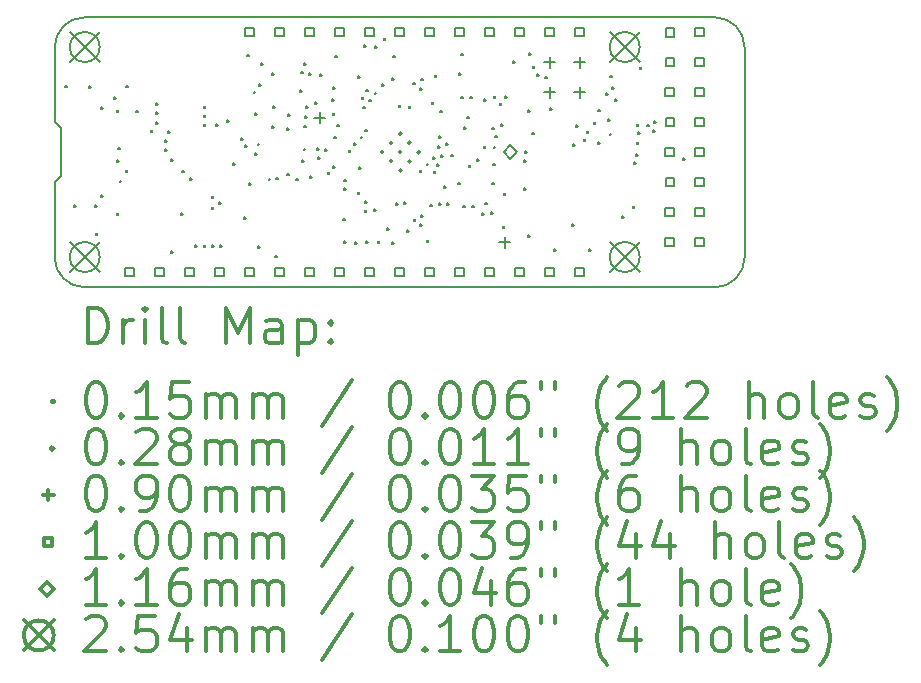
<source format=gbr>
%FSLAX45Y45*%
G04 Gerber Fmt 4.5, Leading zero omitted, Abs format (unit mm)*
G04 Created by KiCad (PCBNEW 5.1.4+dfsg1-1~bpo10+1) date 2020-01-10 16:49:56*
%MOMM*%
%LPD*%
G04 APERTURE LIST*
%ADD10C,0.150000*%
%ADD11C,0.200000*%
%ADD12C,0.300000*%
G04 APERTURE END LIST*
D10*
X12310110Y-10246360D02*
X12360910Y-10297160D01*
X12360910Y-10297160D02*
X12360910Y-10703560D01*
X12360910Y-10703560D02*
X12310110Y-10754360D01*
X17898110Y-9357360D02*
G75*
G02X18152110Y-9611360I0J-254000D01*
G01*
X18152110Y-11389360D02*
G75*
G02X17898110Y-11643360I-254000J0D01*
G01*
X12564110Y-11643360D02*
X17898110Y-11643360D01*
X18152110Y-11389360D02*
X18152110Y-9611360D01*
X17898110Y-9357360D02*
X12564110Y-9357360D01*
X12310110Y-9611360D02*
G75*
G02X12564110Y-9357360I254000J0D01*
G01*
X12310110Y-9611360D02*
X12310110Y-10246360D01*
X12310110Y-10754360D02*
X12310110Y-11389360D01*
X12564110Y-11643360D02*
G75*
G02X12310110Y-11389360I0J254000D01*
G01*
D11*
X12397500Y-9936500D02*
X12412500Y-9951500D01*
X12412500Y-9936500D02*
X12397500Y-9951500D01*
X12476500Y-10946500D02*
X12491500Y-10961500D01*
X12491500Y-10946500D02*
X12476500Y-10961500D01*
X12605500Y-9937500D02*
X12620500Y-9952500D01*
X12620500Y-9937500D02*
X12605500Y-9952500D01*
X12654500Y-10946500D02*
X12669500Y-10961500D01*
X12669500Y-10946500D02*
X12654500Y-10961500D01*
X12657500Y-11187500D02*
X12672500Y-11202500D01*
X12672500Y-11187500D02*
X12657500Y-11202500D01*
X12704500Y-10114500D02*
X12719500Y-10129500D01*
X12719500Y-10114500D02*
X12704500Y-10129500D01*
X12704500Y-10860500D02*
X12719500Y-10875500D01*
X12719500Y-10860500D02*
X12704500Y-10875500D01*
X12812500Y-10032500D02*
X12827500Y-10047500D01*
X12827500Y-10032500D02*
X12812500Y-10047500D01*
X12834500Y-10145500D02*
X12849500Y-10160500D01*
X12849500Y-10145500D02*
X12834500Y-10160500D01*
X12835500Y-11014500D02*
X12850500Y-11029500D01*
X12850500Y-11014500D02*
X12835500Y-11029500D01*
X12841500Y-10563500D02*
X12856500Y-10578500D01*
X12856500Y-10563500D02*
X12841500Y-10578500D01*
X12850555Y-10461437D02*
X12865555Y-10476437D01*
X12865555Y-10461437D02*
X12850555Y-10476437D01*
X12861500Y-10740500D02*
X12876500Y-10755500D01*
X12876500Y-10740500D02*
X12861500Y-10755500D01*
X12910500Y-10650500D02*
X12925500Y-10665500D01*
X12925500Y-10650500D02*
X12910500Y-10665500D01*
X12913500Y-9936500D02*
X12928500Y-9951500D01*
X12928500Y-9936500D02*
X12913500Y-9951500D01*
X13003500Y-10146500D02*
X13018500Y-10161500D01*
X13018500Y-10146500D02*
X13003500Y-10161500D01*
X13122500Y-10312500D02*
X13137500Y-10327500D01*
X13137500Y-10312500D02*
X13122500Y-10327500D01*
X13172500Y-10082500D02*
X13187500Y-10097500D01*
X13187500Y-10082500D02*
X13172500Y-10097500D01*
X13172500Y-10162500D02*
X13187500Y-10177500D01*
X13187500Y-10162500D02*
X13172500Y-10177500D01*
X13172500Y-10242500D02*
X13187500Y-10257500D01*
X13187500Y-10242500D02*
X13172500Y-10257500D01*
X13247500Y-10400000D02*
X13262500Y-10415000D01*
X13262500Y-10400000D02*
X13247500Y-10415000D01*
X13247500Y-10475000D02*
X13262500Y-10490000D01*
X13262500Y-10475000D02*
X13247500Y-10490000D01*
X13271500Y-10321500D02*
X13286500Y-10336500D01*
X13286500Y-10321500D02*
X13271500Y-10336500D01*
X13296500Y-10555500D02*
X13311500Y-10570500D01*
X13311500Y-10555500D02*
X13296500Y-10570500D01*
X13298500Y-11340000D02*
X13313500Y-11355000D01*
X13313500Y-11340000D02*
X13298500Y-11355000D01*
X13382500Y-11012500D02*
X13397500Y-11027500D01*
X13397500Y-11012500D02*
X13382500Y-11027500D01*
X13391500Y-10654500D02*
X13406500Y-10669500D01*
X13406500Y-10654500D02*
X13391500Y-10669500D01*
X13460500Y-10719500D02*
X13475500Y-10734500D01*
X13475500Y-10719500D02*
X13460500Y-10734500D01*
X13502500Y-11283500D02*
X13517500Y-11298500D01*
X13517500Y-11283500D02*
X13502500Y-11298500D01*
X13572500Y-10112500D02*
X13587500Y-10127500D01*
X13587500Y-10112500D02*
X13572500Y-10127500D01*
X13572500Y-10182500D02*
X13587500Y-10197500D01*
X13587500Y-10182500D02*
X13572500Y-10197500D01*
X13572500Y-10262500D02*
X13587500Y-10277500D01*
X13587500Y-10262500D02*
X13572500Y-10277500D01*
X13572500Y-11283500D02*
X13587500Y-11298500D01*
X13587500Y-11283500D02*
X13572500Y-11298500D01*
X13639500Y-10872500D02*
X13654500Y-10887500D01*
X13654500Y-10872500D02*
X13639500Y-10887500D01*
X13639500Y-10963500D02*
X13654500Y-10978500D01*
X13654500Y-10963500D02*
X13639500Y-10978500D01*
X13642500Y-11283500D02*
X13657500Y-11298500D01*
X13657500Y-11283500D02*
X13642500Y-11298500D01*
X13680500Y-10263500D02*
X13695500Y-10278500D01*
X13695500Y-10263500D02*
X13680500Y-10278500D01*
X13702500Y-10921500D02*
X13717500Y-10936500D01*
X13717500Y-10921500D02*
X13702500Y-10936500D01*
X13712500Y-11283500D02*
X13727500Y-11298500D01*
X13727500Y-11283500D02*
X13712500Y-11298500D01*
X13772500Y-10229500D02*
X13787500Y-10244500D01*
X13787500Y-10229500D02*
X13772500Y-10244500D01*
X13822500Y-10592500D02*
X13837500Y-10607500D01*
X13837500Y-10592500D02*
X13822500Y-10607500D01*
X13890600Y-10379800D02*
X13905600Y-10394800D01*
X13905600Y-10379800D02*
X13890600Y-10394800D01*
X13917500Y-11051500D02*
X13932500Y-11066500D01*
X13932500Y-11051500D02*
X13917500Y-11066500D01*
X13922500Y-10442500D02*
X13937500Y-10457500D01*
X13937500Y-10442500D02*
X13922500Y-10457500D01*
X13937500Y-9672500D02*
X13952500Y-9687500D01*
X13952500Y-9672500D02*
X13937500Y-9687500D01*
X13957500Y-10759500D02*
X13972500Y-10774500D01*
X13972500Y-10759500D02*
X13957500Y-10774500D01*
X13995500Y-9986500D02*
X14010500Y-10001500D01*
X14010500Y-9986500D02*
X13995500Y-10001500D01*
X14006500Y-10165500D02*
X14021500Y-10180500D01*
X14021500Y-10165500D02*
X14006500Y-10180500D01*
X14008500Y-10504500D02*
X14023500Y-10519500D01*
X14023500Y-10504500D02*
X14008500Y-10519500D01*
X14028195Y-10426901D02*
X14043195Y-10441901D01*
X14043195Y-10426901D02*
X14028195Y-10441901D01*
X14032500Y-11293500D02*
X14047500Y-11308500D01*
X14047500Y-11293500D02*
X14032500Y-11308500D01*
X14042500Y-9923500D02*
X14057500Y-9938500D01*
X14057500Y-9923500D02*
X14042500Y-9938500D01*
X14059500Y-9745500D02*
X14074500Y-9760500D01*
X14074500Y-9745500D02*
X14059500Y-9760500D01*
X14121500Y-10722500D02*
X14136500Y-10737500D01*
X14136500Y-10722500D02*
X14121500Y-10737500D01*
X14152500Y-10277500D02*
X14167500Y-10292500D01*
X14167500Y-10277500D02*
X14152500Y-10292500D01*
X14153500Y-9826999D02*
X14168500Y-9841999D01*
X14168500Y-9826999D02*
X14153500Y-9841999D01*
X14159500Y-10106500D02*
X14174500Y-10121500D01*
X14174500Y-10106500D02*
X14159500Y-10121500D01*
X14177500Y-11375500D02*
X14192500Y-11390500D01*
X14192500Y-11375500D02*
X14177500Y-11390500D01*
X14188500Y-10715500D02*
X14203500Y-10730500D01*
X14203500Y-10715500D02*
X14188500Y-10730500D01*
X14279500Y-10293500D02*
X14294500Y-10308500D01*
X14294500Y-10293500D02*
X14279500Y-10308500D01*
X14281500Y-10680052D02*
X14296500Y-10695052D01*
X14296500Y-10680052D02*
X14281500Y-10695052D01*
X14285500Y-10174000D02*
X14300500Y-10189000D01*
X14300500Y-10174000D02*
X14285500Y-10189000D01*
X14352448Y-10722552D02*
X14367448Y-10737552D01*
X14367448Y-10722552D02*
X14352448Y-10737552D01*
X14387500Y-9976500D02*
X14402500Y-9991500D01*
X14402500Y-9976500D02*
X14387500Y-9991500D01*
X14397999Y-9817500D02*
X14412999Y-9832500D01*
X14412999Y-9817500D02*
X14397999Y-9832500D01*
X14407500Y-10568000D02*
X14422500Y-10583000D01*
X14422500Y-10568000D02*
X14407500Y-10583000D01*
X14418500Y-10468500D02*
X14433500Y-10483500D01*
X14433500Y-10468500D02*
X14418500Y-10483500D01*
X14420500Y-9747500D02*
X14435500Y-9762500D01*
X14435500Y-9747500D02*
X14420500Y-9762500D01*
X14424500Y-10274500D02*
X14439500Y-10289500D01*
X14439500Y-10274500D02*
X14424500Y-10289500D01*
X14431500Y-10192500D02*
X14446500Y-10207500D01*
X14446500Y-10192500D02*
X14431500Y-10207500D01*
X14442500Y-10112500D02*
X14457500Y-10127500D01*
X14457500Y-10112500D02*
X14442500Y-10127500D01*
X14462161Y-9827904D02*
X14477161Y-9842904D01*
X14477161Y-9827904D02*
X14462161Y-9842904D01*
X14472500Y-10700000D02*
X14487500Y-10715000D01*
X14487500Y-10700000D02*
X14472500Y-10715000D01*
X14518412Y-10077588D02*
X14533412Y-10092588D01*
X14533412Y-10077588D02*
X14518412Y-10092588D01*
X14535000Y-10463924D02*
X14550000Y-10478924D01*
X14550000Y-10463924D02*
X14535000Y-10478924D01*
X14539500Y-10540500D02*
X14554500Y-10555500D01*
X14554500Y-10540500D02*
X14539500Y-10555500D01*
X14555008Y-9838126D02*
X14570008Y-9853126D01*
X14570008Y-9838126D02*
X14555008Y-9853126D01*
X14602500Y-10474500D02*
X14617500Y-10489500D01*
X14617500Y-10474500D02*
X14602500Y-10489500D01*
X14621500Y-10670000D02*
X14636500Y-10685000D01*
X14636500Y-10670000D02*
X14621500Y-10685000D01*
X14659500Y-10048500D02*
X14674500Y-10063500D01*
X14674500Y-10048500D02*
X14659500Y-10063500D01*
X14663500Y-10168500D02*
X14678500Y-10183500D01*
X14678500Y-10168500D02*
X14663500Y-10183500D01*
X14665500Y-9947500D02*
X14680500Y-9962500D01*
X14680500Y-9947500D02*
X14665500Y-9962500D01*
X14669500Y-10618500D02*
X14684500Y-10633500D01*
X14684500Y-10618500D02*
X14669500Y-10633500D01*
X14679500Y-10367500D02*
X14694500Y-10382500D01*
X14694500Y-10367500D02*
X14679500Y-10382500D01*
X14683500Y-9681500D02*
X14698500Y-9696500D01*
X14698500Y-9681500D02*
X14683500Y-9696500D01*
X14702500Y-10265000D02*
X14717500Y-10280000D01*
X14717500Y-10265000D02*
X14702500Y-10280000D01*
X14750500Y-11061500D02*
X14765500Y-11076500D01*
X14765500Y-11061500D02*
X14750500Y-11076500D01*
X14759500Y-10801500D02*
X14774500Y-10816500D01*
X14774500Y-10801500D02*
X14759500Y-10816500D01*
X14760500Y-11251500D02*
X14775500Y-11266500D01*
X14775500Y-11251500D02*
X14760500Y-11266500D01*
X14764500Y-10732500D02*
X14779500Y-10747500D01*
X14779500Y-10732500D02*
X14764500Y-10747500D01*
X14798500Y-10482500D02*
X14813500Y-10497500D01*
X14813500Y-10482500D02*
X14798500Y-10497500D01*
X14848500Y-10423500D02*
X14863500Y-10438500D01*
X14863500Y-10423500D02*
X14848500Y-10438500D01*
X14852500Y-11257500D02*
X14867500Y-11272500D01*
X14867500Y-11257500D02*
X14852500Y-11272500D01*
X14876500Y-10834500D02*
X14891500Y-10849500D01*
X14891500Y-10834500D02*
X14876500Y-10849500D01*
X14877500Y-9852500D02*
X14892500Y-9867500D01*
X14892500Y-9852500D02*
X14877500Y-9867500D01*
X14886913Y-10628087D02*
X14901913Y-10643087D01*
X14901913Y-10628087D02*
X14886913Y-10643087D01*
X14900500Y-10367500D02*
X14915500Y-10382500D01*
X14915500Y-10367500D02*
X14900500Y-10382500D01*
X14909719Y-10034957D02*
X14924719Y-10049957D01*
X14924719Y-10034957D02*
X14909719Y-10049957D01*
X14923500Y-10113500D02*
X14938500Y-10128500D01*
X14938500Y-10113500D02*
X14923500Y-10128500D01*
X14927500Y-9594500D02*
X14942500Y-9609500D01*
X14942500Y-9594500D02*
X14927500Y-9609500D01*
X14935000Y-10987500D02*
X14950000Y-11002500D01*
X14950000Y-10987500D02*
X14935000Y-11002500D01*
X14939500Y-10916500D02*
X14954500Y-10931500D01*
X14954500Y-10916500D02*
X14939500Y-10931500D01*
X14940500Y-10307500D02*
X14955500Y-10322500D01*
X14955500Y-10307500D02*
X14940500Y-10322500D01*
X14948500Y-11254500D02*
X14963500Y-11269500D01*
X14963500Y-11254500D02*
X14948500Y-11269500D01*
X14949156Y-9970142D02*
X14964156Y-9985142D01*
X14964156Y-9970142D02*
X14949156Y-9985142D01*
X14974500Y-10054500D02*
X14989500Y-10069500D01*
X14989500Y-10054500D02*
X14974500Y-10069500D01*
X15012500Y-10982500D02*
X15027500Y-10997500D01*
X15027500Y-10982500D02*
X15012500Y-10997500D01*
X15020500Y-9994500D02*
X15035500Y-10009500D01*
X15035500Y-9994500D02*
X15020500Y-10009500D01*
X15022500Y-9600500D02*
X15037500Y-9615500D01*
X15037500Y-9600500D02*
X15022500Y-9615500D01*
X15044500Y-11255500D02*
X15059500Y-11270500D01*
X15059500Y-11255500D02*
X15044500Y-11270500D01*
X15084500Y-9924500D02*
X15099500Y-9939500D01*
X15099500Y-9924500D02*
X15084500Y-9939500D01*
X15095500Y-9532500D02*
X15110500Y-9547500D01*
X15110500Y-9532500D02*
X15095500Y-9547500D01*
X15127500Y-11142500D02*
X15142500Y-11157500D01*
X15142500Y-11142500D02*
X15127500Y-11157500D01*
X15168500Y-9873500D02*
X15183500Y-9888500D01*
X15183500Y-9873500D02*
X15168500Y-9888500D01*
X15169500Y-11261500D02*
X15184500Y-11276500D01*
X15184500Y-11261500D02*
X15169500Y-11276500D01*
X15176500Y-9681500D02*
X15191500Y-9696500D01*
X15191500Y-9681500D02*
X15176500Y-9696500D01*
X15198500Y-10931500D02*
X15213500Y-10946500D01*
X15213500Y-10931500D02*
X15198500Y-10946500D01*
X15223600Y-10101800D02*
X15238600Y-10116800D01*
X15238600Y-10101800D02*
X15223600Y-10116800D01*
X15268822Y-10925001D02*
X15283822Y-10940001D01*
X15283822Y-10925001D02*
X15268822Y-10940001D01*
X15292500Y-11157500D02*
X15307500Y-11172500D01*
X15307500Y-11157500D02*
X15292500Y-11172500D01*
X15306500Y-10110500D02*
X15321500Y-10125500D01*
X15321500Y-10110500D02*
X15306500Y-10125500D01*
X15348500Y-9910500D02*
X15363500Y-9925500D01*
X15363500Y-9910500D02*
X15348500Y-9925500D01*
X15349500Y-11064500D02*
X15364500Y-11079500D01*
X15364500Y-11064500D02*
X15349500Y-11079500D01*
X15401199Y-10648906D02*
X15416199Y-10663906D01*
X15416199Y-10648906D02*
X15401199Y-10663906D01*
X15407500Y-9957500D02*
X15422500Y-9972500D01*
X15422500Y-9957500D02*
X15407500Y-9972500D01*
X15407500Y-11107500D02*
X15422500Y-11122500D01*
X15422500Y-11107500D02*
X15407500Y-11122500D01*
X15412500Y-9875500D02*
X15427500Y-9890500D01*
X15427500Y-9875500D02*
X15412500Y-9890500D01*
X15413962Y-11032771D02*
X15428962Y-11047771D01*
X15428962Y-11032771D02*
X15413962Y-11047771D01*
X15459500Y-10595500D02*
X15474500Y-10610500D01*
X15474500Y-10595500D02*
X15459500Y-10610500D01*
X15460500Y-11246500D02*
X15475500Y-11261500D01*
X15475500Y-11246500D02*
X15460500Y-11261500D01*
X15492500Y-10942500D02*
X15507500Y-10957500D01*
X15507500Y-10942500D02*
X15492500Y-10957500D01*
X15502500Y-10077500D02*
X15517500Y-10092500D01*
X15517500Y-10077500D02*
X15502500Y-10092500D01*
X15513500Y-10540500D02*
X15528500Y-10555500D01*
X15528500Y-10540500D02*
X15513500Y-10555500D01*
X15519500Y-10662000D02*
X15534500Y-10677000D01*
X15534500Y-10662000D02*
X15519500Y-10677000D01*
X15528500Y-9849500D02*
X15543500Y-9864500D01*
X15543500Y-9849500D02*
X15528500Y-9864500D01*
X15548001Y-10603347D02*
X15563001Y-10618347D01*
X15563001Y-10603347D02*
X15548001Y-10618347D01*
X15557500Y-10447500D02*
X15572500Y-10462500D01*
X15572500Y-10447500D02*
X15557500Y-10462500D01*
X15566500Y-10933500D02*
X15581500Y-10948500D01*
X15581500Y-10933500D02*
X15566500Y-10948500D01*
X15567500Y-10361000D02*
X15582500Y-10376000D01*
X15582500Y-10361000D02*
X15567500Y-10376000D01*
X15572500Y-10147500D02*
X15587500Y-10162500D01*
X15587500Y-10147500D02*
X15572500Y-10162500D01*
X15584500Y-10521500D02*
X15599500Y-10536500D01*
X15599500Y-10521500D02*
X15584500Y-10536500D01*
X15604948Y-10785052D02*
X15619948Y-10800052D01*
X15619948Y-10785052D02*
X15604948Y-10800052D01*
X15627500Y-10422500D02*
X15642500Y-10437500D01*
X15642500Y-10422500D02*
X15627500Y-10437500D01*
X15631947Y-10929947D02*
X15646947Y-10944947D01*
X15646947Y-10929947D02*
X15631947Y-10944947D01*
X15667500Y-10520001D02*
X15682500Y-10535001D01*
X15682500Y-10520001D02*
X15667500Y-10535001D01*
X15728978Y-10756999D02*
X15743978Y-10771999D01*
X15743978Y-10756999D02*
X15728978Y-10771999D01*
X15732203Y-9832618D02*
X15747203Y-9847618D01*
X15747203Y-9832618D02*
X15732203Y-9847618D01*
X15749500Y-9665500D02*
X15764500Y-9680500D01*
X15764500Y-9665500D02*
X15749500Y-9680500D01*
X15752500Y-10028999D02*
X15767500Y-10043999D01*
X15767500Y-10028999D02*
X15752500Y-10043999D01*
X15770500Y-10952500D02*
X15785500Y-10967500D01*
X15785500Y-10952500D02*
X15770500Y-10967500D01*
X15778973Y-10283973D02*
X15793973Y-10298973D01*
X15793973Y-10283973D02*
X15778973Y-10298973D01*
X15802500Y-10197500D02*
X15817500Y-10212500D01*
X15817500Y-10197500D02*
X15802500Y-10212500D01*
X15814500Y-10607496D02*
X15829500Y-10622496D01*
X15829500Y-10607496D02*
X15814500Y-10622496D01*
X15828698Y-10028999D02*
X15843698Y-10043999D01*
X15843698Y-10028999D02*
X15828698Y-10043999D01*
X15844500Y-10952500D02*
X15859500Y-10967500D01*
X15859500Y-10952500D02*
X15844500Y-10967500D01*
X15884331Y-10560308D02*
X15899331Y-10575308D01*
X15899331Y-10560308D02*
X15884331Y-10575308D01*
X15927500Y-11017500D02*
X15942500Y-11032500D01*
X15942500Y-11017500D02*
X15927500Y-11032500D01*
X15942500Y-10448001D02*
X15957500Y-10463001D01*
X15957500Y-10448001D02*
X15942500Y-10463001D01*
X15947000Y-10048500D02*
X15962000Y-10063500D01*
X15962000Y-10048500D02*
X15947000Y-10063500D01*
X15957177Y-10926204D02*
X15972177Y-10941204D01*
X15972177Y-10926204D02*
X15957177Y-10941204D01*
X16004500Y-11003500D02*
X16019500Y-11018500D01*
X16019500Y-11003500D02*
X16004500Y-11018500D01*
X16014504Y-10756999D02*
X16029504Y-10771999D01*
X16029504Y-10756999D02*
X16014504Y-10771999D01*
X16016500Y-10290500D02*
X16031500Y-10305500D01*
X16031500Y-10290500D02*
X16016500Y-10305500D01*
X16021207Y-10596051D02*
X16036207Y-10611051D01*
X16036207Y-10596051D02*
X16021207Y-10611051D01*
X16027500Y-10027500D02*
X16042500Y-10042500D01*
X16042500Y-10027500D02*
X16027500Y-10042500D01*
X16027500Y-10452500D02*
X16042500Y-10467500D01*
X16042500Y-10452500D02*
X16027500Y-10467500D01*
X16037998Y-10359500D02*
X16052998Y-10374500D01*
X16052998Y-10359500D02*
X16037998Y-10374500D01*
X16077500Y-10082500D02*
X16092500Y-10097500D01*
X16092500Y-10082500D02*
X16077500Y-10097500D01*
X16088500Y-10263500D02*
X16103500Y-10278500D01*
X16103500Y-10263500D02*
X16088500Y-10278500D01*
X16103600Y-11126800D02*
X16118600Y-11141800D01*
X16118600Y-11126800D02*
X16103600Y-11141800D01*
X16112500Y-10845500D02*
X16127500Y-10860500D01*
X16127500Y-10845500D02*
X16112500Y-10860500D01*
X16127500Y-10027500D02*
X16142500Y-10042500D01*
X16142500Y-10027500D02*
X16127500Y-10042500D01*
X16193500Y-9731500D02*
X16208500Y-9746500D01*
X16208500Y-9731500D02*
X16193500Y-9746500D01*
X16282500Y-10802500D02*
X16297500Y-10817500D01*
X16297500Y-10802500D02*
X16282500Y-10817500D01*
X16287000Y-10568500D02*
X16302000Y-10583500D01*
X16302000Y-10568500D02*
X16287000Y-10583500D01*
X16291500Y-10490500D02*
X16306500Y-10505500D01*
X16306500Y-10490500D02*
X16291500Y-10505500D01*
X16317500Y-10142500D02*
X16332500Y-10157500D01*
X16332500Y-10142500D02*
X16317500Y-10157500D01*
X16318500Y-11204500D02*
X16333500Y-11219500D01*
X16333500Y-11204500D02*
X16318500Y-11219500D01*
X16326772Y-9663064D02*
X16341772Y-9678064D01*
X16341772Y-9663064D02*
X16326772Y-9678064D01*
X16351767Y-10333233D02*
X16366767Y-10348233D01*
X16366767Y-10333233D02*
X16351767Y-10348233D01*
X16357501Y-9773500D02*
X16372501Y-9788500D01*
X16372501Y-9773500D02*
X16357501Y-9788500D01*
X16398500Y-9837500D02*
X16413500Y-9852500D01*
X16413500Y-9837500D02*
X16398500Y-9852500D01*
X16463500Y-9859500D02*
X16478500Y-9874500D01*
X16478500Y-9859500D02*
X16463500Y-9874500D01*
X16504500Y-10128500D02*
X16519500Y-10143500D01*
X16519500Y-10128500D02*
X16504500Y-10143500D01*
X16536500Y-11319500D02*
X16551500Y-11334500D01*
X16551500Y-11319500D02*
X16536500Y-11334500D01*
X16694500Y-11106500D02*
X16709500Y-11121500D01*
X16709500Y-11106500D02*
X16694500Y-11121500D01*
X16697500Y-10433000D02*
X16712500Y-10448000D01*
X16712500Y-10433000D02*
X16697500Y-10448000D01*
X16727500Y-10267500D02*
X16742500Y-10282500D01*
X16742500Y-10267500D02*
X16727500Y-10282500D01*
X16789500Y-10390500D02*
X16804500Y-10405500D01*
X16804500Y-10390500D02*
X16789500Y-10405500D01*
X16813600Y-10321800D02*
X16828600Y-10336800D01*
X16828600Y-10321800D02*
X16813600Y-10336800D01*
X16832500Y-11322500D02*
X16847500Y-11337500D01*
X16847500Y-11322500D02*
X16832500Y-11337500D01*
X16873600Y-10241800D02*
X16888600Y-10256800D01*
X16888600Y-10241800D02*
X16873600Y-10256800D01*
X16913502Y-10139328D02*
X16928502Y-10154328D01*
X16928502Y-10139328D02*
X16913502Y-10154328D01*
X16913600Y-10411800D02*
X16928600Y-10426800D01*
X16928600Y-10411800D02*
X16913600Y-10426800D01*
X16981100Y-9996800D02*
X16996100Y-10011800D01*
X16996100Y-9996800D02*
X16981100Y-10011800D01*
X16993632Y-10217000D02*
X17008632Y-10232000D01*
X17008632Y-10217000D02*
X16993632Y-10232000D01*
X17008548Y-10341748D02*
X17023548Y-10356748D01*
X17023548Y-10341748D02*
X17008548Y-10356748D01*
X17013600Y-9851800D02*
X17028600Y-9866800D01*
X17028600Y-9851800D02*
X17013600Y-9866800D01*
X17033600Y-9946800D02*
X17048600Y-9961800D01*
X17048600Y-9946800D02*
X17033600Y-9961800D01*
X17053600Y-10051800D02*
X17068600Y-10066800D01*
X17068600Y-10051800D02*
X17053600Y-10066800D01*
X17117500Y-11042500D02*
X17132500Y-11057500D01*
X17132500Y-11042500D02*
X17117500Y-11057500D01*
X17204122Y-10957999D02*
X17219122Y-10972999D01*
X17219122Y-10957999D02*
X17204122Y-10972999D01*
X17218600Y-10581800D02*
X17233600Y-10596800D01*
X17233600Y-10581800D02*
X17218600Y-10596800D01*
X17233600Y-10516800D02*
X17248600Y-10531800D01*
X17248600Y-10516800D02*
X17233600Y-10531800D01*
X17238600Y-10261800D02*
X17253600Y-10276800D01*
X17253600Y-10261800D02*
X17238600Y-10276800D01*
X17238600Y-10416800D02*
X17253600Y-10431800D01*
X17253600Y-10416800D02*
X17238600Y-10431800D01*
X17253600Y-10331800D02*
X17268600Y-10346800D01*
X17268600Y-10331800D02*
X17253600Y-10346800D01*
X17263600Y-9776800D02*
X17278600Y-9791800D01*
X17278600Y-9776800D02*
X17263600Y-9791800D01*
X17323653Y-10266747D02*
X17338653Y-10281747D01*
X17338653Y-10266747D02*
X17323653Y-10281747D01*
X17378600Y-10311800D02*
X17393600Y-10326800D01*
X17393600Y-10311800D02*
X17378600Y-10326800D01*
X17388600Y-10236800D02*
X17403600Y-10251800D01*
X17403600Y-10236800D02*
X17388600Y-10251800D01*
X17633600Y-10546800D02*
X17648600Y-10561800D01*
X17648600Y-10546800D02*
X17633600Y-10561800D01*
X15094186Y-10499000D02*
G75*
G03X15094186Y-10499000I-13750J0D01*
G01*
X15171968Y-10421218D02*
G75*
G03X15171968Y-10421218I-13750J0D01*
G01*
X15171968Y-10576782D02*
G75*
G03X15171968Y-10576782I-13750J0D01*
G01*
X15249750Y-10343437D02*
G75*
G03X15249750Y-10343437I-13750J0D01*
G01*
X15249750Y-10499000D02*
G75*
G03X15249750Y-10499000I-13750J0D01*
G01*
X15249750Y-10654564D02*
G75*
G03X15249750Y-10654564I-13750J0D01*
G01*
X15327532Y-10421218D02*
G75*
G03X15327532Y-10421218I-13750J0D01*
G01*
X15327532Y-10576782D02*
G75*
G03X15327532Y-10576782I-13750J0D01*
G01*
X15405313Y-10499000D02*
G75*
G03X15405313Y-10499000I-13750J0D01*
G01*
X16119600Y-11217400D02*
X16119600Y-11307400D01*
X16074600Y-11262400D02*
X16164600Y-11262400D01*
X16755100Y-9947300D02*
X16755100Y-10037300D01*
X16710100Y-9992300D02*
X16800100Y-9992300D01*
X14555000Y-10162000D02*
X14555000Y-10252000D01*
X14510000Y-10207000D02*
X14600000Y-10207000D01*
X16501100Y-9693300D02*
X16501100Y-9783300D01*
X16456100Y-9738300D02*
X16546100Y-9738300D01*
X16501100Y-9947300D02*
X16501100Y-10037300D01*
X16456100Y-9992300D02*
X16546100Y-9992300D01*
X16755100Y-9693300D02*
X16755100Y-9783300D01*
X16710100Y-9738300D02*
X16800100Y-9738300D01*
X12979456Y-11551656D02*
X12979456Y-11480944D01*
X12908744Y-11480944D01*
X12908744Y-11551656D01*
X12979456Y-11551656D01*
X13233456Y-11551656D02*
X13233456Y-11480944D01*
X13162744Y-11480944D01*
X13162744Y-11551656D01*
X13233456Y-11551656D01*
X13487456Y-11551656D02*
X13487456Y-11480944D01*
X13416744Y-11480944D01*
X13416744Y-11551656D01*
X13487456Y-11551656D01*
X13741456Y-11551656D02*
X13741456Y-11480944D01*
X13670744Y-11480944D01*
X13670744Y-11551656D01*
X13741456Y-11551656D01*
X13996456Y-11551656D02*
X13996456Y-11480944D01*
X13925744Y-11480944D01*
X13925744Y-11551656D01*
X13996456Y-11551656D01*
X14250456Y-11551656D02*
X14250456Y-11480944D01*
X14179744Y-11480944D01*
X14179744Y-11551656D01*
X14250456Y-11551656D01*
X14504456Y-11551656D02*
X14504456Y-11480944D01*
X14433744Y-11480944D01*
X14433744Y-11551656D01*
X14504456Y-11551656D01*
X14758456Y-11551656D02*
X14758456Y-11480944D01*
X14687744Y-11480944D01*
X14687744Y-11551656D01*
X14758456Y-11551656D01*
X15012456Y-11551656D02*
X15012456Y-11480944D01*
X14941744Y-11480944D01*
X14941744Y-11551656D01*
X15012456Y-11551656D01*
X15266456Y-11551656D02*
X15266456Y-11480944D01*
X15195744Y-11480944D01*
X15195744Y-11551656D01*
X15266456Y-11551656D01*
X15520456Y-11551656D02*
X15520456Y-11480944D01*
X15449744Y-11480944D01*
X15449744Y-11551656D01*
X15520456Y-11551656D01*
X15774456Y-11551656D02*
X15774456Y-11480944D01*
X15703744Y-11480944D01*
X15703744Y-11551656D01*
X15774456Y-11551656D01*
X16028456Y-11551656D02*
X16028456Y-11480944D01*
X15957744Y-11480944D01*
X15957744Y-11551656D01*
X16028456Y-11551656D01*
X16282456Y-11551656D02*
X16282456Y-11480944D01*
X16211744Y-11480944D01*
X16211744Y-11551656D01*
X16282456Y-11551656D01*
X16536456Y-11551656D02*
X16536456Y-11480944D01*
X16465744Y-11480944D01*
X16465744Y-11551656D01*
X16536456Y-11551656D01*
X16790456Y-11551656D02*
X16790456Y-11480944D01*
X16719744Y-11480944D01*
X16719744Y-11551656D01*
X16790456Y-11551656D01*
X17552456Y-10027656D02*
X17552456Y-9956944D01*
X17481744Y-9956944D01*
X17481744Y-10027656D01*
X17552456Y-10027656D01*
X17552456Y-10535656D02*
X17552456Y-10464944D01*
X17481744Y-10464944D01*
X17481744Y-10535656D01*
X17552456Y-10535656D01*
X17552456Y-11043656D02*
X17552456Y-10972944D01*
X17481744Y-10972944D01*
X17481744Y-11043656D01*
X17552456Y-11043656D01*
X17552456Y-11297656D02*
X17552456Y-11226944D01*
X17481744Y-11226944D01*
X17481744Y-11297656D01*
X17552456Y-11297656D01*
X17554856Y-9521056D02*
X17554856Y-9450344D01*
X17484144Y-9450344D01*
X17484144Y-9521056D01*
X17554856Y-9521056D01*
X17554856Y-9773656D02*
X17554856Y-9702944D01*
X17484144Y-9702944D01*
X17484144Y-9773656D01*
X17554856Y-9773656D01*
X17554856Y-10281656D02*
X17554856Y-10210944D01*
X17484144Y-10210944D01*
X17484144Y-10281656D01*
X17554856Y-10281656D01*
X17554856Y-10789656D02*
X17554856Y-10718944D01*
X17484144Y-10718944D01*
X17484144Y-10789656D01*
X17554856Y-10789656D01*
X17806456Y-9519656D02*
X17806456Y-9448944D01*
X17735744Y-9448944D01*
X17735744Y-9519656D01*
X17806456Y-9519656D01*
X17806456Y-9773656D02*
X17806456Y-9702944D01*
X17735744Y-9702944D01*
X17735744Y-9773656D01*
X17806456Y-9773656D01*
X17806456Y-10027656D02*
X17806456Y-9956944D01*
X17735744Y-9956944D01*
X17735744Y-10027656D01*
X17806456Y-10027656D01*
X17806456Y-10281656D02*
X17806456Y-10210944D01*
X17735744Y-10210944D01*
X17735744Y-10281656D01*
X17806456Y-10281656D01*
X17806456Y-10535656D02*
X17806456Y-10464944D01*
X17735744Y-10464944D01*
X17735744Y-10535656D01*
X17806456Y-10535656D01*
X17806456Y-10789656D02*
X17806456Y-10718944D01*
X17735744Y-10718944D01*
X17735744Y-10789656D01*
X17806456Y-10789656D01*
X17806456Y-11043656D02*
X17806456Y-10972944D01*
X17735744Y-10972944D01*
X17735744Y-11043656D01*
X17806456Y-11043656D01*
X17806456Y-11297656D02*
X17806456Y-11226944D01*
X17735744Y-11226944D01*
X17735744Y-11297656D01*
X17806456Y-11297656D01*
X13996456Y-9519656D02*
X13996456Y-9448944D01*
X13925744Y-9448944D01*
X13925744Y-9519656D01*
X13996456Y-9519656D01*
X14250456Y-9519656D02*
X14250456Y-9448944D01*
X14179744Y-9448944D01*
X14179744Y-9519656D01*
X14250456Y-9519656D01*
X14504456Y-9519656D02*
X14504456Y-9448944D01*
X14433744Y-9448944D01*
X14433744Y-9519656D01*
X14504456Y-9519656D01*
X14758456Y-9519656D02*
X14758456Y-9448944D01*
X14687744Y-9448944D01*
X14687744Y-9519656D01*
X14758456Y-9519656D01*
X15012456Y-9519656D02*
X15012456Y-9448944D01*
X14941744Y-9448944D01*
X14941744Y-9519656D01*
X15012456Y-9519656D01*
X15266456Y-9519656D02*
X15266456Y-9448944D01*
X15195744Y-9448944D01*
X15195744Y-9519656D01*
X15266456Y-9519656D01*
X15520456Y-9519656D02*
X15520456Y-9448944D01*
X15449744Y-9448944D01*
X15449744Y-9519656D01*
X15520456Y-9519656D01*
X15774456Y-9519656D02*
X15774456Y-9448944D01*
X15703744Y-9448944D01*
X15703744Y-9519656D01*
X15774456Y-9519656D01*
X16028456Y-9519656D02*
X16028456Y-9448944D01*
X15957744Y-9448944D01*
X15957744Y-9519656D01*
X16028456Y-9519656D01*
X16282456Y-9519656D02*
X16282456Y-9448944D01*
X16211744Y-9448944D01*
X16211744Y-9519656D01*
X16282456Y-9519656D01*
X16536456Y-9519656D02*
X16536456Y-9448944D01*
X16465744Y-9448944D01*
X16465744Y-9519656D01*
X16536456Y-9519656D01*
X16790456Y-9519656D02*
X16790456Y-9448944D01*
X16719744Y-9448944D01*
X16719744Y-9519656D01*
X16790456Y-9519656D01*
X16169000Y-10556000D02*
X16227000Y-10498000D01*
X16169000Y-10440000D01*
X16111000Y-10498000D01*
X16169000Y-10556000D01*
X12438510Y-9481960D02*
X12692510Y-9735960D01*
X12692510Y-9481960D02*
X12438510Y-9735960D01*
X12692510Y-9608960D02*
G75*
G03X12692510Y-9608960I-127000J0D01*
G01*
X12438510Y-11259960D02*
X12692510Y-11513960D01*
X12692510Y-11259960D02*
X12438510Y-11513960D01*
X12692510Y-11386960D02*
G75*
G03X12692510Y-11386960I-127000J0D01*
G01*
X17010510Y-9481960D02*
X17264510Y-9735960D01*
X17264510Y-9481960D02*
X17010510Y-9735960D01*
X17264510Y-9608960D02*
G75*
G03X17264510Y-9608960I-127000J0D01*
G01*
X17010510Y-11259960D02*
X17264510Y-11513960D01*
X17264510Y-11259960D02*
X17010510Y-11513960D01*
X17264510Y-11386960D02*
G75*
G03X17264510Y-11386960I-127000J0D01*
G01*
D12*
X12589038Y-12116574D02*
X12589038Y-11816574D01*
X12660467Y-11816574D01*
X12703324Y-11830860D01*
X12731896Y-11859431D01*
X12746181Y-11888003D01*
X12760467Y-11945146D01*
X12760467Y-11988003D01*
X12746181Y-12045146D01*
X12731896Y-12073717D01*
X12703324Y-12102289D01*
X12660467Y-12116574D01*
X12589038Y-12116574D01*
X12889038Y-12116574D02*
X12889038Y-11916574D01*
X12889038Y-11973717D02*
X12903324Y-11945146D01*
X12917610Y-11930860D01*
X12946181Y-11916574D01*
X12974753Y-11916574D01*
X13074753Y-12116574D02*
X13074753Y-11916574D01*
X13074753Y-11816574D02*
X13060467Y-11830860D01*
X13074753Y-11845146D01*
X13089038Y-11830860D01*
X13074753Y-11816574D01*
X13074753Y-11845146D01*
X13260467Y-12116574D02*
X13231896Y-12102289D01*
X13217610Y-12073717D01*
X13217610Y-11816574D01*
X13417610Y-12116574D02*
X13389038Y-12102289D01*
X13374753Y-12073717D01*
X13374753Y-11816574D01*
X13760467Y-12116574D02*
X13760467Y-11816574D01*
X13860467Y-12030860D01*
X13960467Y-11816574D01*
X13960467Y-12116574D01*
X14231896Y-12116574D02*
X14231896Y-11959431D01*
X14217610Y-11930860D01*
X14189038Y-11916574D01*
X14131896Y-11916574D01*
X14103324Y-11930860D01*
X14231896Y-12102289D02*
X14203324Y-12116574D01*
X14131896Y-12116574D01*
X14103324Y-12102289D01*
X14089038Y-12073717D01*
X14089038Y-12045146D01*
X14103324Y-12016574D01*
X14131896Y-12002289D01*
X14203324Y-12002289D01*
X14231896Y-11988003D01*
X14374753Y-11916574D02*
X14374753Y-12216574D01*
X14374753Y-11930860D02*
X14403324Y-11916574D01*
X14460467Y-11916574D01*
X14489038Y-11930860D01*
X14503324Y-11945146D01*
X14517610Y-11973717D01*
X14517610Y-12059431D01*
X14503324Y-12088003D01*
X14489038Y-12102289D01*
X14460467Y-12116574D01*
X14403324Y-12116574D01*
X14374753Y-12102289D01*
X14646181Y-12088003D02*
X14660467Y-12102289D01*
X14646181Y-12116574D01*
X14631896Y-12102289D01*
X14646181Y-12088003D01*
X14646181Y-12116574D01*
X14646181Y-11930860D02*
X14660467Y-11945146D01*
X14646181Y-11959431D01*
X14631896Y-11945146D01*
X14646181Y-11930860D01*
X14646181Y-11959431D01*
X12287610Y-12603360D02*
X12302610Y-12618360D01*
X12302610Y-12603360D02*
X12287610Y-12618360D01*
X12646181Y-12446574D02*
X12674753Y-12446574D01*
X12703324Y-12460860D01*
X12717610Y-12475146D01*
X12731896Y-12503717D01*
X12746181Y-12560860D01*
X12746181Y-12632289D01*
X12731896Y-12689431D01*
X12717610Y-12718003D01*
X12703324Y-12732289D01*
X12674753Y-12746574D01*
X12646181Y-12746574D01*
X12617610Y-12732289D01*
X12603324Y-12718003D01*
X12589038Y-12689431D01*
X12574753Y-12632289D01*
X12574753Y-12560860D01*
X12589038Y-12503717D01*
X12603324Y-12475146D01*
X12617610Y-12460860D01*
X12646181Y-12446574D01*
X12874753Y-12718003D02*
X12889038Y-12732289D01*
X12874753Y-12746574D01*
X12860467Y-12732289D01*
X12874753Y-12718003D01*
X12874753Y-12746574D01*
X13174753Y-12746574D02*
X13003324Y-12746574D01*
X13089038Y-12746574D02*
X13089038Y-12446574D01*
X13060467Y-12489431D01*
X13031896Y-12518003D01*
X13003324Y-12532289D01*
X13446181Y-12446574D02*
X13303324Y-12446574D01*
X13289038Y-12589431D01*
X13303324Y-12575146D01*
X13331896Y-12560860D01*
X13403324Y-12560860D01*
X13431896Y-12575146D01*
X13446181Y-12589431D01*
X13460467Y-12618003D01*
X13460467Y-12689431D01*
X13446181Y-12718003D01*
X13431896Y-12732289D01*
X13403324Y-12746574D01*
X13331896Y-12746574D01*
X13303324Y-12732289D01*
X13289038Y-12718003D01*
X13589038Y-12746574D02*
X13589038Y-12546574D01*
X13589038Y-12575146D02*
X13603324Y-12560860D01*
X13631896Y-12546574D01*
X13674753Y-12546574D01*
X13703324Y-12560860D01*
X13717610Y-12589431D01*
X13717610Y-12746574D01*
X13717610Y-12589431D02*
X13731896Y-12560860D01*
X13760467Y-12546574D01*
X13803324Y-12546574D01*
X13831896Y-12560860D01*
X13846181Y-12589431D01*
X13846181Y-12746574D01*
X13989038Y-12746574D02*
X13989038Y-12546574D01*
X13989038Y-12575146D02*
X14003324Y-12560860D01*
X14031896Y-12546574D01*
X14074753Y-12546574D01*
X14103324Y-12560860D01*
X14117610Y-12589431D01*
X14117610Y-12746574D01*
X14117610Y-12589431D02*
X14131896Y-12560860D01*
X14160467Y-12546574D01*
X14203324Y-12546574D01*
X14231896Y-12560860D01*
X14246181Y-12589431D01*
X14246181Y-12746574D01*
X14831896Y-12432289D02*
X14574753Y-12818003D01*
X15217610Y-12446574D02*
X15246181Y-12446574D01*
X15274753Y-12460860D01*
X15289038Y-12475146D01*
X15303324Y-12503717D01*
X15317610Y-12560860D01*
X15317610Y-12632289D01*
X15303324Y-12689431D01*
X15289038Y-12718003D01*
X15274753Y-12732289D01*
X15246181Y-12746574D01*
X15217610Y-12746574D01*
X15189038Y-12732289D01*
X15174753Y-12718003D01*
X15160467Y-12689431D01*
X15146181Y-12632289D01*
X15146181Y-12560860D01*
X15160467Y-12503717D01*
X15174753Y-12475146D01*
X15189038Y-12460860D01*
X15217610Y-12446574D01*
X15446181Y-12718003D02*
X15460467Y-12732289D01*
X15446181Y-12746574D01*
X15431896Y-12732289D01*
X15446181Y-12718003D01*
X15446181Y-12746574D01*
X15646181Y-12446574D02*
X15674753Y-12446574D01*
X15703324Y-12460860D01*
X15717610Y-12475146D01*
X15731896Y-12503717D01*
X15746181Y-12560860D01*
X15746181Y-12632289D01*
X15731896Y-12689431D01*
X15717610Y-12718003D01*
X15703324Y-12732289D01*
X15674753Y-12746574D01*
X15646181Y-12746574D01*
X15617610Y-12732289D01*
X15603324Y-12718003D01*
X15589038Y-12689431D01*
X15574753Y-12632289D01*
X15574753Y-12560860D01*
X15589038Y-12503717D01*
X15603324Y-12475146D01*
X15617610Y-12460860D01*
X15646181Y-12446574D01*
X15931896Y-12446574D02*
X15960467Y-12446574D01*
X15989038Y-12460860D01*
X16003324Y-12475146D01*
X16017610Y-12503717D01*
X16031896Y-12560860D01*
X16031896Y-12632289D01*
X16017610Y-12689431D01*
X16003324Y-12718003D01*
X15989038Y-12732289D01*
X15960467Y-12746574D01*
X15931896Y-12746574D01*
X15903324Y-12732289D01*
X15889038Y-12718003D01*
X15874753Y-12689431D01*
X15860467Y-12632289D01*
X15860467Y-12560860D01*
X15874753Y-12503717D01*
X15889038Y-12475146D01*
X15903324Y-12460860D01*
X15931896Y-12446574D01*
X16289038Y-12446574D02*
X16231896Y-12446574D01*
X16203324Y-12460860D01*
X16189038Y-12475146D01*
X16160467Y-12518003D01*
X16146181Y-12575146D01*
X16146181Y-12689431D01*
X16160467Y-12718003D01*
X16174753Y-12732289D01*
X16203324Y-12746574D01*
X16260467Y-12746574D01*
X16289038Y-12732289D01*
X16303324Y-12718003D01*
X16317610Y-12689431D01*
X16317610Y-12618003D01*
X16303324Y-12589431D01*
X16289038Y-12575146D01*
X16260467Y-12560860D01*
X16203324Y-12560860D01*
X16174753Y-12575146D01*
X16160467Y-12589431D01*
X16146181Y-12618003D01*
X16431896Y-12446574D02*
X16431896Y-12503717D01*
X16546181Y-12446574D02*
X16546181Y-12503717D01*
X16989038Y-12860860D02*
X16974753Y-12846574D01*
X16946181Y-12803717D01*
X16931896Y-12775146D01*
X16917610Y-12732289D01*
X16903324Y-12660860D01*
X16903324Y-12603717D01*
X16917610Y-12532289D01*
X16931896Y-12489431D01*
X16946181Y-12460860D01*
X16974753Y-12418003D01*
X16989038Y-12403717D01*
X17089038Y-12475146D02*
X17103324Y-12460860D01*
X17131896Y-12446574D01*
X17203324Y-12446574D01*
X17231896Y-12460860D01*
X17246181Y-12475146D01*
X17260467Y-12503717D01*
X17260467Y-12532289D01*
X17246181Y-12575146D01*
X17074753Y-12746574D01*
X17260467Y-12746574D01*
X17546181Y-12746574D02*
X17374753Y-12746574D01*
X17460467Y-12746574D02*
X17460467Y-12446574D01*
X17431896Y-12489431D01*
X17403324Y-12518003D01*
X17374753Y-12532289D01*
X17660467Y-12475146D02*
X17674753Y-12460860D01*
X17703324Y-12446574D01*
X17774753Y-12446574D01*
X17803324Y-12460860D01*
X17817610Y-12475146D01*
X17831896Y-12503717D01*
X17831896Y-12532289D01*
X17817610Y-12575146D01*
X17646181Y-12746574D01*
X17831896Y-12746574D01*
X18189038Y-12746574D02*
X18189038Y-12446574D01*
X18317610Y-12746574D02*
X18317610Y-12589431D01*
X18303324Y-12560860D01*
X18274753Y-12546574D01*
X18231896Y-12546574D01*
X18203324Y-12560860D01*
X18189038Y-12575146D01*
X18503324Y-12746574D02*
X18474753Y-12732289D01*
X18460467Y-12718003D01*
X18446181Y-12689431D01*
X18446181Y-12603717D01*
X18460467Y-12575146D01*
X18474753Y-12560860D01*
X18503324Y-12546574D01*
X18546181Y-12546574D01*
X18574753Y-12560860D01*
X18589038Y-12575146D01*
X18603324Y-12603717D01*
X18603324Y-12689431D01*
X18589038Y-12718003D01*
X18574753Y-12732289D01*
X18546181Y-12746574D01*
X18503324Y-12746574D01*
X18774753Y-12746574D02*
X18746181Y-12732289D01*
X18731896Y-12703717D01*
X18731896Y-12446574D01*
X19003324Y-12732289D02*
X18974753Y-12746574D01*
X18917610Y-12746574D01*
X18889038Y-12732289D01*
X18874753Y-12703717D01*
X18874753Y-12589431D01*
X18889038Y-12560860D01*
X18917610Y-12546574D01*
X18974753Y-12546574D01*
X19003324Y-12560860D01*
X19017610Y-12589431D01*
X19017610Y-12618003D01*
X18874753Y-12646574D01*
X19131896Y-12732289D02*
X19160467Y-12746574D01*
X19217610Y-12746574D01*
X19246181Y-12732289D01*
X19260467Y-12703717D01*
X19260467Y-12689431D01*
X19246181Y-12660860D01*
X19217610Y-12646574D01*
X19174753Y-12646574D01*
X19146181Y-12632289D01*
X19131896Y-12603717D01*
X19131896Y-12589431D01*
X19146181Y-12560860D01*
X19174753Y-12546574D01*
X19217610Y-12546574D01*
X19246181Y-12560860D01*
X19360467Y-12860860D02*
X19374753Y-12846574D01*
X19403324Y-12803717D01*
X19417610Y-12775146D01*
X19431896Y-12732289D01*
X19446181Y-12660860D01*
X19446181Y-12603717D01*
X19431896Y-12532289D01*
X19417610Y-12489431D01*
X19403324Y-12460860D01*
X19374753Y-12418003D01*
X19360467Y-12403717D01*
X12302610Y-13006860D02*
G75*
G03X12302610Y-13006860I-13750J0D01*
G01*
X12646181Y-12842574D02*
X12674753Y-12842574D01*
X12703324Y-12856860D01*
X12717610Y-12871146D01*
X12731896Y-12899717D01*
X12746181Y-12956860D01*
X12746181Y-13028289D01*
X12731896Y-13085431D01*
X12717610Y-13114003D01*
X12703324Y-13128289D01*
X12674753Y-13142574D01*
X12646181Y-13142574D01*
X12617610Y-13128289D01*
X12603324Y-13114003D01*
X12589038Y-13085431D01*
X12574753Y-13028289D01*
X12574753Y-12956860D01*
X12589038Y-12899717D01*
X12603324Y-12871146D01*
X12617610Y-12856860D01*
X12646181Y-12842574D01*
X12874753Y-13114003D02*
X12889038Y-13128289D01*
X12874753Y-13142574D01*
X12860467Y-13128289D01*
X12874753Y-13114003D01*
X12874753Y-13142574D01*
X13003324Y-12871146D02*
X13017610Y-12856860D01*
X13046181Y-12842574D01*
X13117610Y-12842574D01*
X13146181Y-12856860D01*
X13160467Y-12871146D01*
X13174753Y-12899717D01*
X13174753Y-12928289D01*
X13160467Y-12971146D01*
X12989038Y-13142574D01*
X13174753Y-13142574D01*
X13346181Y-12971146D02*
X13317610Y-12956860D01*
X13303324Y-12942574D01*
X13289038Y-12914003D01*
X13289038Y-12899717D01*
X13303324Y-12871146D01*
X13317610Y-12856860D01*
X13346181Y-12842574D01*
X13403324Y-12842574D01*
X13431896Y-12856860D01*
X13446181Y-12871146D01*
X13460467Y-12899717D01*
X13460467Y-12914003D01*
X13446181Y-12942574D01*
X13431896Y-12956860D01*
X13403324Y-12971146D01*
X13346181Y-12971146D01*
X13317610Y-12985431D01*
X13303324Y-12999717D01*
X13289038Y-13028289D01*
X13289038Y-13085431D01*
X13303324Y-13114003D01*
X13317610Y-13128289D01*
X13346181Y-13142574D01*
X13403324Y-13142574D01*
X13431896Y-13128289D01*
X13446181Y-13114003D01*
X13460467Y-13085431D01*
X13460467Y-13028289D01*
X13446181Y-12999717D01*
X13431896Y-12985431D01*
X13403324Y-12971146D01*
X13589038Y-13142574D02*
X13589038Y-12942574D01*
X13589038Y-12971146D02*
X13603324Y-12956860D01*
X13631896Y-12942574D01*
X13674753Y-12942574D01*
X13703324Y-12956860D01*
X13717610Y-12985431D01*
X13717610Y-13142574D01*
X13717610Y-12985431D02*
X13731896Y-12956860D01*
X13760467Y-12942574D01*
X13803324Y-12942574D01*
X13831896Y-12956860D01*
X13846181Y-12985431D01*
X13846181Y-13142574D01*
X13989038Y-13142574D02*
X13989038Y-12942574D01*
X13989038Y-12971146D02*
X14003324Y-12956860D01*
X14031896Y-12942574D01*
X14074753Y-12942574D01*
X14103324Y-12956860D01*
X14117610Y-12985431D01*
X14117610Y-13142574D01*
X14117610Y-12985431D02*
X14131896Y-12956860D01*
X14160467Y-12942574D01*
X14203324Y-12942574D01*
X14231896Y-12956860D01*
X14246181Y-12985431D01*
X14246181Y-13142574D01*
X14831896Y-12828289D02*
X14574753Y-13214003D01*
X15217610Y-12842574D02*
X15246181Y-12842574D01*
X15274753Y-12856860D01*
X15289038Y-12871146D01*
X15303324Y-12899717D01*
X15317610Y-12956860D01*
X15317610Y-13028289D01*
X15303324Y-13085431D01*
X15289038Y-13114003D01*
X15274753Y-13128289D01*
X15246181Y-13142574D01*
X15217610Y-13142574D01*
X15189038Y-13128289D01*
X15174753Y-13114003D01*
X15160467Y-13085431D01*
X15146181Y-13028289D01*
X15146181Y-12956860D01*
X15160467Y-12899717D01*
X15174753Y-12871146D01*
X15189038Y-12856860D01*
X15217610Y-12842574D01*
X15446181Y-13114003D02*
X15460467Y-13128289D01*
X15446181Y-13142574D01*
X15431896Y-13128289D01*
X15446181Y-13114003D01*
X15446181Y-13142574D01*
X15646181Y-12842574D02*
X15674753Y-12842574D01*
X15703324Y-12856860D01*
X15717610Y-12871146D01*
X15731896Y-12899717D01*
X15746181Y-12956860D01*
X15746181Y-13028289D01*
X15731896Y-13085431D01*
X15717610Y-13114003D01*
X15703324Y-13128289D01*
X15674753Y-13142574D01*
X15646181Y-13142574D01*
X15617610Y-13128289D01*
X15603324Y-13114003D01*
X15589038Y-13085431D01*
X15574753Y-13028289D01*
X15574753Y-12956860D01*
X15589038Y-12899717D01*
X15603324Y-12871146D01*
X15617610Y-12856860D01*
X15646181Y-12842574D01*
X16031896Y-13142574D02*
X15860467Y-13142574D01*
X15946181Y-13142574D02*
X15946181Y-12842574D01*
X15917610Y-12885431D01*
X15889038Y-12914003D01*
X15860467Y-12928289D01*
X16317610Y-13142574D02*
X16146181Y-13142574D01*
X16231896Y-13142574D02*
X16231896Y-12842574D01*
X16203324Y-12885431D01*
X16174753Y-12914003D01*
X16146181Y-12928289D01*
X16431896Y-12842574D02*
X16431896Y-12899717D01*
X16546181Y-12842574D02*
X16546181Y-12899717D01*
X16989038Y-13256860D02*
X16974753Y-13242574D01*
X16946181Y-13199717D01*
X16931896Y-13171146D01*
X16917610Y-13128289D01*
X16903324Y-13056860D01*
X16903324Y-12999717D01*
X16917610Y-12928289D01*
X16931896Y-12885431D01*
X16946181Y-12856860D01*
X16974753Y-12814003D01*
X16989038Y-12799717D01*
X17117610Y-13142574D02*
X17174753Y-13142574D01*
X17203324Y-13128289D01*
X17217610Y-13114003D01*
X17246181Y-13071146D01*
X17260467Y-13014003D01*
X17260467Y-12899717D01*
X17246181Y-12871146D01*
X17231896Y-12856860D01*
X17203324Y-12842574D01*
X17146181Y-12842574D01*
X17117610Y-12856860D01*
X17103324Y-12871146D01*
X17089038Y-12899717D01*
X17089038Y-12971146D01*
X17103324Y-12999717D01*
X17117610Y-13014003D01*
X17146181Y-13028289D01*
X17203324Y-13028289D01*
X17231896Y-13014003D01*
X17246181Y-12999717D01*
X17260467Y-12971146D01*
X17617610Y-13142574D02*
X17617610Y-12842574D01*
X17746181Y-13142574D02*
X17746181Y-12985431D01*
X17731896Y-12956860D01*
X17703324Y-12942574D01*
X17660467Y-12942574D01*
X17631896Y-12956860D01*
X17617610Y-12971146D01*
X17931896Y-13142574D02*
X17903324Y-13128289D01*
X17889038Y-13114003D01*
X17874753Y-13085431D01*
X17874753Y-12999717D01*
X17889038Y-12971146D01*
X17903324Y-12956860D01*
X17931896Y-12942574D01*
X17974753Y-12942574D01*
X18003324Y-12956860D01*
X18017610Y-12971146D01*
X18031896Y-12999717D01*
X18031896Y-13085431D01*
X18017610Y-13114003D01*
X18003324Y-13128289D01*
X17974753Y-13142574D01*
X17931896Y-13142574D01*
X18203324Y-13142574D02*
X18174753Y-13128289D01*
X18160467Y-13099717D01*
X18160467Y-12842574D01*
X18431896Y-13128289D02*
X18403324Y-13142574D01*
X18346181Y-13142574D01*
X18317610Y-13128289D01*
X18303324Y-13099717D01*
X18303324Y-12985431D01*
X18317610Y-12956860D01*
X18346181Y-12942574D01*
X18403324Y-12942574D01*
X18431896Y-12956860D01*
X18446181Y-12985431D01*
X18446181Y-13014003D01*
X18303324Y-13042574D01*
X18560467Y-13128289D02*
X18589038Y-13142574D01*
X18646181Y-13142574D01*
X18674753Y-13128289D01*
X18689038Y-13099717D01*
X18689038Y-13085431D01*
X18674753Y-13056860D01*
X18646181Y-13042574D01*
X18603324Y-13042574D01*
X18574753Y-13028289D01*
X18560467Y-12999717D01*
X18560467Y-12985431D01*
X18574753Y-12956860D01*
X18603324Y-12942574D01*
X18646181Y-12942574D01*
X18674753Y-12956860D01*
X18789038Y-13256860D02*
X18803324Y-13242574D01*
X18831896Y-13199717D01*
X18846181Y-13171146D01*
X18860467Y-13128289D01*
X18874753Y-13056860D01*
X18874753Y-12999717D01*
X18860467Y-12928289D01*
X18846181Y-12885431D01*
X18831896Y-12856860D01*
X18803324Y-12814003D01*
X18789038Y-12799717D01*
X12257610Y-13357860D02*
X12257610Y-13447860D01*
X12212610Y-13402860D02*
X12302610Y-13402860D01*
X12646181Y-13238574D02*
X12674753Y-13238574D01*
X12703324Y-13252860D01*
X12717610Y-13267146D01*
X12731896Y-13295717D01*
X12746181Y-13352860D01*
X12746181Y-13424289D01*
X12731896Y-13481431D01*
X12717610Y-13510003D01*
X12703324Y-13524289D01*
X12674753Y-13538574D01*
X12646181Y-13538574D01*
X12617610Y-13524289D01*
X12603324Y-13510003D01*
X12589038Y-13481431D01*
X12574753Y-13424289D01*
X12574753Y-13352860D01*
X12589038Y-13295717D01*
X12603324Y-13267146D01*
X12617610Y-13252860D01*
X12646181Y-13238574D01*
X12874753Y-13510003D02*
X12889038Y-13524289D01*
X12874753Y-13538574D01*
X12860467Y-13524289D01*
X12874753Y-13510003D01*
X12874753Y-13538574D01*
X13031896Y-13538574D02*
X13089038Y-13538574D01*
X13117610Y-13524289D01*
X13131896Y-13510003D01*
X13160467Y-13467146D01*
X13174753Y-13410003D01*
X13174753Y-13295717D01*
X13160467Y-13267146D01*
X13146181Y-13252860D01*
X13117610Y-13238574D01*
X13060467Y-13238574D01*
X13031896Y-13252860D01*
X13017610Y-13267146D01*
X13003324Y-13295717D01*
X13003324Y-13367146D01*
X13017610Y-13395717D01*
X13031896Y-13410003D01*
X13060467Y-13424289D01*
X13117610Y-13424289D01*
X13146181Y-13410003D01*
X13160467Y-13395717D01*
X13174753Y-13367146D01*
X13360467Y-13238574D02*
X13389038Y-13238574D01*
X13417610Y-13252860D01*
X13431896Y-13267146D01*
X13446181Y-13295717D01*
X13460467Y-13352860D01*
X13460467Y-13424289D01*
X13446181Y-13481431D01*
X13431896Y-13510003D01*
X13417610Y-13524289D01*
X13389038Y-13538574D01*
X13360467Y-13538574D01*
X13331896Y-13524289D01*
X13317610Y-13510003D01*
X13303324Y-13481431D01*
X13289038Y-13424289D01*
X13289038Y-13352860D01*
X13303324Y-13295717D01*
X13317610Y-13267146D01*
X13331896Y-13252860D01*
X13360467Y-13238574D01*
X13589038Y-13538574D02*
X13589038Y-13338574D01*
X13589038Y-13367146D02*
X13603324Y-13352860D01*
X13631896Y-13338574D01*
X13674753Y-13338574D01*
X13703324Y-13352860D01*
X13717610Y-13381431D01*
X13717610Y-13538574D01*
X13717610Y-13381431D02*
X13731896Y-13352860D01*
X13760467Y-13338574D01*
X13803324Y-13338574D01*
X13831896Y-13352860D01*
X13846181Y-13381431D01*
X13846181Y-13538574D01*
X13989038Y-13538574D02*
X13989038Y-13338574D01*
X13989038Y-13367146D02*
X14003324Y-13352860D01*
X14031896Y-13338574D01*
X14074753Y-13338574D01*
X14103324Y-13352860D01*
X14117610Y-13381431D01*
X14117610Y-13538574D01*
X14117610Y-13381431D02*
X14131896Y-13352860D01*
X14160467Y-13338574D01*
X14203324Y-13338574D01*
X14231896Y-13352860D01*
X14246181Y-13381431D01*
X14246181Y-13538574D01*
X14831896Y-13224289D02*
X14574753Y-13610003D01*
X15217610Y-13238574D02*
X15246181Y-13238574D01*
X15274753Y-13252860D01*
X15289038Y-13267146D01*
X15303324Y-13295717D01*
X15317610Y-13352860D01*
X15317610Y-13424289D01*
X15303324Y-13481431D01*
X15289038Y-13510003D01*
X15274753Y-13524289D01*
X15246181Y-13538574D01*
X15217610Y-13538574D01*
X15189038Y-13524289D01*
X15174753Y-13510003D01*
X15160467Y-13481431D01*
X15146181Y-13424289D01*
X15146181Y-13352860D01*
X15160467Y-13295717D01*
X15174753Y-13267146D01*
X15189038Y-13252860D01*
X15217610Y-13238574D01*
X15446181Y-13510003D02*
X15460467Y-13524289D01*
X15446181Y-13538574D01*
X15431896Y-13524289D01*
X15446181Y-13510003D01*
X15446181Y-13538574D01*
X15646181Y-13238574D02*
X15674753Y-13238574D01*
X15703324Y-13252860D01*
X15717610Y-13267146D01*
X15731896Y-13295717D01*
X15746181Y-13352860D01*
X15746181Y-13424289D01*
X15731896Y-13481431D01*
X15717610Y-13510003D01*
X15703324Y-13524289D01*
X15674753Y-13538574D01*
X15646181Y-13538574D01*
X15617610Y-13524289D01*
X15603324Y-13510003D01*
X15589038Y-13481431D01*
X15574753Y-13424289D01*
X15574753Y-13352860D01*
X15589038Y-13295717D01*
X15603324Y-13267146D01*
X15617610Y-13252860D01*
X15646181Y-13238574D01*
X15846181Y-13238574D02*
X16031896Y-13238574D01*
X15931896Y-13352860D01*
X15974753Y-13352860D01*
X16003324Y-13367146D01*
X16017610Y-13381431D01*
X16031896Y-13410003D01*
X16031896Y-13481431D01*
X16017610Y-13510003D01*
X16003324Y-13524289D01*
X15974753Y-13538574D01*
X15889038Y-13538574D01*
X15860467Y-13524289D01*
X15846181Y-13510003D01*
X16303324Y-13238574D02*
X16160467Y-13238574D01*
X16146181Y-13381431D01*
X16160467Y-13367146D01*
X16189038Y-13352860D01*
X16260467Y-13352860D01*
X16289038Y-13367146D01*
X16303324Y-13381431D01*
X16317610Y-13410003D01*
X16317610Y-13481431D01*
X16303324Y-13510003D01*
X16289038Y-13524289D01*
X16260467Y-13538574D01*
X16189038Y-13538574D01*
X16160467Y-13524289D01*
X16146181Y-13510003D01*
X16431896Y-13238574D02*
X16431896Y-13295717D01*
X16546181Y-13238574D02*
X16546181Y-13295717D01*
X16989038Y-13652860D02*
X16974753Y-13638574D01*
X16946181Y-13595717D01*
X16931896Y-13567146D01*
X16917610Y-13524289D01*
X16903324Y-13452860D01*
X16903324Y-13395717D01*
X16917610Y-13324289D01*
X16931896Y-13281431D01*
X16946181Y-13252860D01*
X16974753Y-13210003D01*
X16989038Y-13195717D01*
X17231896Y-13238574D02*
X17174753Y-13238574D01*
X17146181Y-13252860D01*
X17131896Y-13267146D01*
X17103324Y-13310003D01*
X17089038Y-13367146D01*
X17089038Y-13481431D01*
X17103324Y-13510003D01*
X17117610Y-13524289D01*
X17146181Y-13538574D01*
X17203324Y-13538574D01*
X17231896Y-13524289D01*
X17246181Y-13510003D01*
X17260467Y-13481431D01*
X17260467Y-13410003D01*
X17246181Y-13381431D01*
X17231896Y-13367146D01*
X17203324Y-13352860D01*
X17146181Y-13352860D01*
X17117610Y-13367146D01*
X17103324Y-13381431D01*
X17089038Y-13410003D01*
X17617610Y-13538574D02*
X17617610Y-13238574D01*
X17746181Y-13538574D02*
X17746181Y-13381431D01*
X17731896Y-13352860D01*
X17703324Y-13338574D01*
X17660467Y-13338574D01*
X17631896Y-13352860D01*
X17617610Y-13367146D01*
X17931896Y-13538574D02*
X17903324Y-13524289D01*
X17889038Y-13510003D01*
X17874753Y-13481431D01*
X17874753Y-13395717D01*
X17889038Y-13367146D01*
X17903324Y-13352860D01*
X17931896Y-13338574D01*
X17974753Y-13338574D01*
X18003324Y-13352860D01*
X18017610Y-13367146D01*
X18031896Y-13395717D01*
X18031896Y-13481431D01*
X18017610Y-13510003D01*
X18003324Y-13524289D01*
X17974753Y-13538574D01*
X17931896Y-13538574D01*
X18203324Y-13538574D02*
X18174753Y-13524289D01*
X18160467Y-13495717D01*
X18160467Y-13238574D01*
X18431896Y-13524289D02*
X18403324Y-13538574D01*
X18346181Y-13538574D01*
X18317610Y-13524289D01*
X18303324Y-13495717D01*
X18303324Y-13381431D01*
X18317610Y-13352860D01*
X18346181Y-13338574D01*
X18403324Y-13338574D01*
X18431896Y-13352860D01*
X18446181Y-13381431D01*
X18446181Y-13410003D01*
X18303324Y-13438574D01*
X18560467Y-13524289D02*
X18589038Y-13538574D01*
X18646181Y-13538574D01*
X18674753Y-13524289D01*
X18689038Y-13495717D01*
X18689038Y-13481431D01*
X18674753Y-13452860D01*
X18646181Y-13438574D01*
X18603324Y-13438574D01*
X18574753Y-13424289D01*
X18560467Y-13395717D01*
X18560467Y-13381431D01*
X18574753Y-13352860D01*
X18603324Y-13338574D01*
X18646181Y-13338574D01*
X18674753Y-13352860D01*
X18789038Y-13652860D02*
X18803324Y-13638574D01*
X18831896Y-13595717D01*
X18846181Y-13567146D01*
X18860467Y-13524289D01*
X18874753Y-13452860D01*
X18874753Y-13395717D01*
X18860467Y-13324289D01*
X18846181Y-13281431D01*
X18831896Y-13252860D01*
X18803324Y-13210003D01*
X18789038Y-13195717D01*
X12287966Y-13834216D02*
X12287966Y-13763504D01*
X12217254Y-13763504D01*
X12217254Y-13834216D01*
X12287966Y-13834216D01*
X12746181Y-13934574D02*
X12574753Y-13934574D01*
X12660467Y-13934574D02*
X12660467Y-13634574D01*
X12631896Y-13677431D01*
X12603324Y-13706003D01*
X12574753Y-13720289D01*
X12874753Y-13906003D02*
X12889038Y-13920289D01*
X12874753Y-13934574D01*
X12860467Y-13920289D01*
X12874753Y-13906003D01*
X12874753Y-13934574D01*
X13074753Y-13634574D02*
X13103324Y-13634574D01*
X13131896Y-13648860D01*
X13146181Y-13663146D01*
X13160467Y-13691717D01*
X13174753Y-13748860D01*
X13174753Y-13820289D01*
X13160467Y-13877431D01*
X13146181Y-13906003D01*
X13131896Y-13920289D01*
X13103324Y-13934574D01*
X13074753Y-13934574D01*
X13046181Y-13920289D01*
X13031896Y-13906003D01*
X13017610Y-13877431D01*
X13003324Y-13820289D01*
X13003324Y-13748860D01*
X13017610Y-13691717D01*
X13031896Y-13663146D01*
X13046181Y-13648860D01*
X13074753Y-13634574D01*
X13360467Y-13634574D02*
X13389038Y-13634574D01*
X13417610Y-13648860D01*
X13431896Y-13663146D01*
X13446181Y-13691717D01*
X13460467Y-13748860D01*
X13460467Y-13820289D01*
X13446181Y-13877431D01*
X13431896Y-13906003D01*
X13417610Y-13920289D01*
X13389038Y-13934574D01*
X13360467Y-13934574D01*
X13331896Y-13920289D01*
X13317610Y-13906003D01*
X13303324Y-13877431D01*
X13289038Y-13820289D01*
X13289038Y-13748860D01*
X13303324Y-13691717D01*
X13317610Y-13663146D01*
X13331896Y-13648860D01*
X13360467Y-13634574D01*
X13589038Y-13934574D02*
X13589038Y-13734574D01*
X13589038Y-13763146D02*
X13603324Y-13748860D01*
X13631896Y-13734574D01*
X13674753Y-13734574D01*
X13703324Y-13748860D01*
X13717610Y-13777431D01*
X13717610Y-13934574D01*
X13717610Y-13777431D02*
X13731896Y-13748860D01*
X13760467Y-13734574D01*
X13803324Y-13734574D01*
X13831896Y-13748860D01*
X13846181Y-13777431D01*
X13846181Y-13934574D01*
X13989038Y-13934574D02*
X13989038Y-13734574D01*
X13989038Y-13763146D02*
X14003324Y-13748860D01*
X14031896Y-13734574D01*
X14074753Y-13734574D01*
X14103324Y-13748860D01*
X14117610Y-13777431D01*
X14117610Y-13934574D01*
X14117610Y-13777431D02*
X14131896Y-13748860D01*
X14160467Y-13734574D01*
X14203324Y-13734574D01*
X14231896Y-13748860D01*
X14246181Y-13777431D01*
X14246181Y-13934574D01*
X14831896Y-13620289D02*
X14574753Y-14006003D01*
X15217610Y-13634574D02*
X15246181Y-13634574D01*
X15274753Y-13648860D01*
X15289038Y-13663146D01*
X15303324Y-13691717D01*
X15317610Y-13748860D01*
X15317610Y-13820289D01*
X15303324Y-13877431D01*
X15289038Y-13906003D01*
X15274753Y-13920289D01*
X15246181Y-13934574D01*
X15217610Y-13934574D01*
X15189038Y-13920289D01*
X15174753Y-13906003D01*
X15160467Y-13877431D01*
X15146181Y-13820289D01*
X15146181Y-13748860D01*
X15160467Y-13691717D01*
X15174753Y-13663146D01*
X15189038Y-13648860D01*
X15217610Y-13634574D01*
X15446181Y-13906003D02*
X15460467Y-13920289D01*
X15446181Y-13934574D01*
X15431896Y-13920289D01*
X15446181Y-13906003D01*
X15446181Y-13934574D01*
X15646181Y-13634574D02*
X15674753Y-13634574D01*
X15703324Y-13648860D01*
X15717610Y-13663146D01*
X15731896Y-13691717D01*
X15746181Y-13748860D01*
X15746181Y-13820289D01*
X15731896Y-13877431D01*
X15717610Y-13906003D01*
X15703324Y-13920289D01*
X15674753Y-13934574D01*
X15646181Y-13934574D01*
X15617610Y-13920289D01*
X15603324Y-13906003D01*
X15589038Y-13877431D01*
X15574753Y-13820289D01*
X15574753Y-13748860D01*
X15589038Y-13691717D01*
X15603324Y-13663146D01*
X15617610Y-13648860D01*
X15646181Y-13634574D01*
X15846181Y-13634574D02*
X16031896Y-13634574D01*
X15931896Y-13748860D01*
X15974753Y-13748860D01*
X16003324Y-13763146D01*
X16017610Y-13777431D01*
X16031896Y-13806003D01*
X16031896Y-13877431D01*
X16017610Y-13906003D01*
X16003324Y-13920289D01*
X15974753Y-13934574D01*
X15889038Y-13934574D01*
X15860467Y-13920289D01*
X15846181Y-13906003D01*
X16174753Y-13934574D02*
X16231896Y-13934574D01*
X16260467Y-13920289D01*
X16274753Y-13906003D01*
X16303324Y-13863146D01*
X16317610Y-13806003D01*
X16317610Y-13691717D01*
X16303324Y-13663146D01*
X16289038Y-13648860D01*
X16260467Y-13634574D01*
X16203324Y-13634574D01*
X16174753Y-13648860D01*
X16160467Y-13663146D01*
X16146181Y-13691717D01*
X16146181Y-13763146D01*
X16160467Y-13791717D01*
X16174753Y-13806003D01*
X16203324Y-13820289D01*
X16260467Y-13820289D01*
X16289038Y-13806003D01*
X16303324Y-13791717D01*
X16317610Y-13763146D01*
X16431896Y-13634574D02*
X16431896Y-13691717D01*
X16546181Y-13634574D02*
X16546181Y-13691717D01*
X16989038Y-14048860D02*
X16974753Y-14034574D01*
X16946181Y-13991717D01*
X16931896Y-13963146D01*
X16917610Y-13920289D01*
X16903324Y-13848860D01*
X16903324Y-13791717D01*
X16917610Y-13720289D01*
X16931896Y-13677431D01*
X16946181Y-13648860D01*
X16974753Y-13606003D01*
X16989038Y-13591717D01*
X17231896Y-13734574D02*
X17231896Y-13934574D01*
X17160467Y-13620289D02*
X17089038Y-13834574D01*
X17274753Y-13834574D01*
X17517610Y-13734574D02*
X17517610Y-13934574D01*
X17446181Y-13620289D02*
X17374753Y-13834574D01*
X17560467Y-13834574D01*
X17903324Y-13934574D02*
X17903324Y-13634574D01*
X18031896Y-13934574D02*
X18031896Y-13777431D01*
X18017610Y-13748860D01*
X17989038Y-13734574D01*
X17946181Y-13734574D01*
X17917610Y-13748860D01*
X17903324Y-13763146D01*
X18217610Y-13934574D02*
X18189038Y-13920289D01*
X18174753Y-13906003D01*
X18160467Y-13877431D01*
X18160467Y-13791717D01*
X18174753Y-13763146D01*
X18189038Y-13748860D01*
X18217610Y-13734574D01*
X18260467Y-13734574D01*
X18289038Y-13748860D01*
X18303324Y-13763146D01*
X18317610Y-13791717D01*
X18317610Y-13877431D01*
X18303324Y-13906003D01*
X18289038Y-13920289D01*
X18260467Y-13934574D01*
X18217610Y-13934574D01*
X18489038Y-13934574D02*
X18460467Y-13920289D01*
X18446181Y-13891717D01*
X18446181Y-13634574D01*
X18717610Y-13920289D02*
X18689038Y-13934574D01*
X18631896Y-13934574D01*
X18603324Y-13920289D01*
X18589038Y-13891717D01*
X18589038Y-13777431D01*
X18603324Y-13748860D01*
X18631896Y-13734574D01*
X18689038Y-13734574D01*
X18717610Y-13748860D01*
X18731896Y-13777431D01*
X18731896Y-13806003D01*
X18589038Y-13834574D01*
X18846181Y-13920289D02*
X18874753Y-13934574D01*
X18931896Y-13934574D01*
X18960467Y-13920289D01*
X18974753Y-13891717D01*
X18974753Y-13877431D01*
X18960467Y-13848860D01*
X18931896Y-13834574D01*
X18889038Y-13834574D01*
X18860467Y-13820289D01*
X18846181Y-13791717D01*
X18846181Y-13777431D01*
X18860467Y-13748860D01*
X18889038Y-13734574D01*
X18931896Y-13734574D01*
X18960467Y-13748860D01*
X19074753Y-14048860D02*
X19089038Y-14034574D01*
X19117610Y-13991717D01*
X19131896Y-13963146D01*
X19146181Y-13920289D01*
X19160467Y-13848860D01*
X19160467Y-13791717D01*
X19146181Y-13720289D01*
X19131896Y-13677431D01*
X19117610Y-13648860D01*
X19089038Y-13606003D01*
X19074753Y-13591717D01*
X12244610Y-14252860D02*
X12302610Y-14194860D01*
X12244610Y-14136860D01*
X12186610Y-14194860D01*
X12244610Y-14252860D01*
X12746181Y-14330574D02*
X12574753Y-14330574D01*
X12660467Y-14330574D02*
X12660467Y-14030574D01*
X12631896Y-14073431D01*
X12603324Y-14102003D01*
X12574753Y-14116289D01*
X12874753Y-14302003D02*
X12889038Y-14316289D01*
X12874753Y-14330574D01*
X12860467Y-14316289D01*
X12874753Y-14302003D01*
X12874753Y-14330574D01*
X13174753Y-14330574D02*
X13003324Y-14330574D01*
X13089038Y-14330574D02*
X13089038Y-14030574D01*
X13060467Y-14073431D01*
X13031896Y-14102003D01*
X13003324Y-14116289D01*
X13431896Y-14030574D02*
X13374753Y-14030574D01*
X13346181Y-14044860D01*
X13331896Y-14059146D01*
X13303324Y-14102003D01*
X13289038Y-14159146D01*
X13289038Y-14273431D01*
X13303324Y-14302003D01*
X13317610Y-14316289D01*
X13346181Y-14330574D01*
X13403324Y-14330574D01*
X13431896Y-14316289D01*
X13446181Y-14302003D01*
X13460467Y-14273431D01*
X13460467Y-14202003D01*
X13446181Y-14173431D01*
X13431896Y-14159146D01*
X13403324Y-14144860D01*
X13346181Y-14144860D01*
X13317610Y-14159146D01*
X13303324Y-14173431D01*
X13289038Y-14202003D01*
X13589038Y-14330574D02*
X13589038Y-14130574D01*
X13589038Y-14159146D02*
X13603324Y-14144860D01*
X13631896Y-14130574D01*
X13674753Y-14130574D01*
X13703324Y-14144860D01*
X13717610Y-14173431D01*
X13717610Y-14330574D01*
X13717610Y-14173431D02*
X13731896Y-14144860D01*
X13760467Y-14130574D01*
X13803324Y-14130574D01*
X13831896Y-14144860D01*
X13846181Y-14173431D01*
X13846181Y-14330574D01*
X13989038Y-14330574D02*
X13989038Y-14130574D01*
X13989038Y-14159146D02*
X14003324Y-14144860D01*
X14031896Y-14130574D01*
X14074753Y-14130574D01*
X14103324Y-14144860D01*
X14117610Y-14173431D01*
X14117610Y-14330574D01*
X14117610Y-14173431D02*
X14131896Y-14144860D01*
X14160467Y-14130574D01*
X14203324Y-14130574D01*
X14231896Y-14144860D01*
X14246181Y-14173431D01*
X14246181Y-14330574D01*
X14831896Y-14016289D02*
X14574753Y-14402003D01*
X15217610Y-14030574D02*
X15246181Y-14030574D01*
X15274753Y-14044860D01*
X15289038Y-14059146D01*
X15303324Y-14087717D01*
X15317610Y-14144860D01*
X15317610Y-14216289D01*
X15303324Y-14273431D01*
X15289038Y-14302003D01*
X15274753Y-14316289D01*
X15246181Y-14330574D01*
X15217610Y-14330574D01*
X15189038Y-14316289D01*
X15174753Y-14302003D01*
X15160467Y-14273431D01*
X15146181Y-14216289D01*
X15146181Y-14144860D01*
X15160467Y-14087717D01*
X15174753Y-14059146D01*
X15189038Y-14044860D01*
X15217610Y-14030574D01*
X15446181Y-14302003D02*
X15460467Y-14316289D01*
X15446181Y-14330574D01*
X15431896Y-14316289D01*
X15446181Y-14302003D01*
X15446181Y-14330574D01*
X15646181Y-14030574D02*
X15674753Y-14030574D01*
X15703324Y-14044860D01*
X15717610Y-14059146D01*
X15731896Y-14087717D01*
X15746181Y-14144860D01*
X15746181Y-14216289D01*
X15731896Y-14273431D01*
X15717610Y-14302003D01*
X15703324Y-14316289D01*
X15674753Y-14330574D01*
X15646181Y-14330574D01*
X15617610Y-14316289D01*
X15603324Y-14302003D01*
X15589038Y-14273431D01*
X15574753Y-14216289D01*
X15574753Y-14144860D01*
X15589038Y-14087717D01*
X15603324Y-14059146D01*
X15617610Y-14044860D01*
X15646181Y-14030574D01*
X16003324Y-14130574D02*
X16003324Y-14330574D01*
X15931896Y-14016289D02*
X15860467Y-14230574D01*
X16046181Y-14230574D01*
X16289038Y-14030574D02*
X16231896Y-14030574D01*
X16203324Y-14044860D01*
X16189038Y-14059146D01*
X16160467Y-14102003D01*
X16146181Y-14159146D01*
X16146181Y-14273431D01*
X16160467Y-14302003D01*
X16174753Y-14316289D01*
X16203324Y-14330574D01*
X16260467Y-14330574D01*
X16289038Y-14316289D01*
X16303324Y-14302003D01*
X16317610Y-14273431D01*
X16317610Y-14202003D01*
X16303324Y-14173431D01*
X16289038Y-14159146D01*
X16260467Y-14144860D01*
X16203324Y-14144860D01*
X16174753Y-14159146D01*
X16160467Y-14173431D01*
X16146181Y-14202003D01*
X16431896Y-14030574D02*
X16431896Y-14087717D01*
X16546181Y-14030574D02*
X16546181Y-14087717D01*
X16989038Y-14444860D02*
X16974753Y-14430574D01*
X16946181Y-14387717D01*
X16931896Y-14359146D01*
X16917610Y-14316289D01*
X16903324Y-14244860D01*
X16903324Y-14187717D01*
X16917610Y-14116289D01*
X16931896Y-14073431D01*
X16946181Y-14044860D01*
X16974753Y-14002003D01*
X16989038Y-13987717D01*
X17260467Y-14330574D02*
X17089038Y-14330574D01*
X17174753Y-14330574D02*
X17174753Y-14030574D01*
X17146181Y-14073431D01*
X17117610Y-14102003D01*
X17089038Y-14116289D01*
X17617610Y-14330574D02*
X17617610Y-14030574D01*
X17746181Y-14330574D02*
X17746181Y-14173431D01*
X17731896Y-14144860D01*
X17703324Y-14130574D01*
X17660467Y-14130574D01*
X17631896Y-14144860D01*
X17617610Y-14159146D01*
X17931896Y-14330574D02*
X17903324Y-14316289D01*
X17889038Y-14302003D01*
X17874753Y-14273431D01*
X17874753Y-14187717D01*
X17889038Y-14159146D01*
X17903324Y-14144860D01*
X17931896Y-14130574D01*
X17974753Y-14130574D01*
X18003324Y-14144860D01*
X18017610Y-14159146D01*
X18031896Y-14187717D01*
X18031896Y-14273431D01*
X18017610Y-14302003D01*
X18003324Y-14316289D01*
X17974753Y-14330574D01*
X17931896Y-14330574D01*
X18203324Y-14330574D02*
X18174753Y-14316289D01*
X18160467Y-14287717D01*
X18160467Y-14030574D01*
X18431896Y-14316289D02*
X18403324Y-14330574D01*
X18346181Y-14330574D01*
X18317610Y-14316289D01*
X18303324Y-14287717D01*
X18303324Y-14173431D01*
X18317610Y-14144860D01*
X18346181Y-14130574D01*
X18403324Y-14130574D01*
X18431896Y-14144860D01*
X18446181Y-14173431D01*
X18446181Y-14202003D01*
X18303324Y-14230574D01*
X18546181Y-14444860D02*
X18560467Y-14430574D01*
X18589038Y-14387717D01*
X18603324Y-14359146D01*
X18617610Y-14316289D01*
X18631896Y-14244860D01*
X18631896Y-14187717D01*
X18617610Y-14116289D01*
X18603324Y-14073431D01*
X18589038Y-14044860D01*
X18560467Y-14002003D01*
X18546181Y-13987717D01*
X12048610Y-14463860D02*
X12302610Y-14717860D01*
X12302610Y-14463860D02*
X12048610Y-14717860D01*
X12302610Y-14590860D02*
G75*
G03X12302610Y-14590860I-127000J0D01*
G01*
X12574753Y-14455146D02*
X12589038Y-14440860D01*
X12617610Y-14426574D01*
X12689038Y-14426574D01*
X12717610Y-14440860D01*
X12731896Y-14455146D01*
X12746181Y-14483717D01*
X12746181Y-14512289D01*
X12731896Y-14555146D01*
X12560467Y-14726574D01*
X12746181Y-14726574D01*
X12874753Y-14698003D02*
X12889038Y-14712289D01*
X12874753Y-14726574D01*
X12860467Y-14712289D01*
X12874753Y-14698003D01*
X12874753Y-14726574D01*
X13160467Y-14426574D02*
X13017610Y-14426574D01*
X13003324Y-14569431D01*
X13017610Y-14555146D01*
X13046181Y-14540860D01*
X13117610Y-14540860D01*
X13146181Y-14555146D01*
X13160467Y-14569431D01*
X13174753Y-14598003D01*
X13174753Y-14669431D01*
X13160467Y-14698003D01*
X13146181Y-14712289D01*
X13117610Y-14726574D01*
X13046181Y-14726574D01*
X13017610Y-14712289D01*
X13003324Y-14698003D01*
X13431896Y-14526574D02*
X13431896Y-14726574D01*
X13360467Y-14412289D02*
X13289038Y-14626574D01*
X13474753Y-14626574D01*
X13589038Y-14726574D02*
X13589038Y-14526574D01*
X13589038Y-14555146D02*
X13603324Y-14540860D01*
X13631896Y-14526574D01*
X13674753Y-14526574D01*
X13703324Y-14540860D01*
X13717610Y-14569431D01*
X13717610Y-14726574D01*
X13717610Y-14569431D02*
X13731896Y-14540860D01*
X13760467Y-14526574D01*
X13803324Y-14526574D01*
X13831896Y-14540860D01*
X13846181Y-14569431D01*
X13846181Y-14726574D01*
X13989038Y-14726574D02*
X13989038Y-14526574D01*
X13989038Y-14555146D02*
X14003324Y-14540860D01*
X14031896Y-14526574D01*
X14074753Y-14526574D01*
X14103324Y-14540860D01*
X14117610Y-14569431D01*
X14117610Y-14726574D01*
X14117610Y-14569431D02*
X14131896Y-14540860D01*
X14160467Y-14526574D01*
X14203324Y-14526574D01*
X14231896Y-14540860D01*
X14246181Y-14569431D01*
X14246181Y-14726574D01*
X14831896Y-14412289D02*
X14574753Y-14798003D01*
X15217610Y-14426574D02*
X15246181Y-14426574D01*
X15274753Y-14440860D01*
X15289038Y-14455146D01*
X15303324Y-14483717D01*
X15317610Y-14540860D01*
X15317610Y-14612289D01*
X15303324Y-14669431D01*
X15289038Y-14698003D01*
X15274753Y-14712289D01*
X15246181Y-14726574D01*
X15217610Y-14726574D01*
X15189038Y-14712289D01*
X15174753Y-14698003D01*
X15160467Y-14669431D01*
X15146181Y-14612289D01*
X15146181Y-14540860D01*
X15160467Y-14483717D01*
X15174753Y-14455146D01*
X15189038Y-14440860D01*
X15217610Y-14426574D01*
X15446181Y-14698003D02*
X15460467Y-14712289D01*
X15446181Y-14726574D01*
X15431896Y-14712289D01*
X15446181Y-14698003D01*
X15446181Y-14726574D01*
X15746181Y-14726574D02*
X15574753Y-14726574D01*
X15660467Y-14726574D02*
X15660467Y-14426574D01*
X15631896Y-14469431D01*
X15603324Y-14498003D01*
X15574753Y-14512289D01*
X15931896Y-14426574D02*
X15960467Y-14426574D01*
X15989038Y-14440860D01*
X16003324Y-14455146D01*
X16017610Y-14483717D01*
X16031896Y-14540860D01*
X16031896Y-14612289D01*
X16017610Y-14669431D01*
X16003324Y-14698003D01*
X15989038Y-14712289D01*
X15960467Y-14726574D01*
X15931896Y-14726574D01*
X15903324Y-14712289D01*
X15889038Y-14698003D01*
X15874753Y-14669431D01*
X15860467Y-14612289D01*
X15860467Y-14540860D01*
X15874753Y-14483717D01*
X15889038Y-14455146D01*
X15903324Y-14440860D01*
X15931896Y-14426574D01*
X16217610Y-14426574D02*
X16246181Y-14426574D01*
X16274753Y-14440860D01*
X16289038Y-14455146D01*
X16303324Y-14483717D01*
X16317610Y-14540860D01*
X16317610Y-14612289D01*
X16303324Y-14669431D01*
X16289038Y-14698003D01*
X16274753Y-14712289D01*
X16246181Y-14726574D01*
X16217610Y-14726574D01*
X16189038Y-14712289D01*
X16174753Y-14698003D01*
X16160467Y-14669431D01*
X16146181Y-14612289D01*
X16146181Y-14540860D01*
X16160467Y-14483717D01*
X16174753Y-14455146D01*
X16189038Y-14440860D01*
X16217610Y-14426574D01*
X16431896Y-14426574D02*
X16431896Y-14483717D01*
X16546181Y-14426574D02*
X16546181Y-14483717D01*
X16989038Y-14840860D02*
X16974753Y-14826574D01*
X16946181Y-14783717D01*
X16931896Y-14755146D01*
X16917610Y-14712289D01*
X16903324Y-14640860D01*
X16903324Y-14583717D01*
X16917610Y-14512289D01*
X16931896Y-14469431D01*
X16946181Y-14440860D01*
X16974753Y-14398003D01*
X16989038Y-14383717D01*
X17231896Y-14526574D02*
X17231896Y-14726574D01*
X17160467Y-14412289D02*
X17089038Y-14626574D01*
X17274753Y-14626574D01*
X17617610Y-14726574D02*
X17617610Y-14426574D01*
X17746181Y-14726574D02*
X17746181Y-14569431D01*
X17731896Y-14540860D01*
X17703324Y-14526574D01*
X17660467Y-14526574D01*
X17631896Y-14540860D01*
X17617610Y-14555146D01*
X17931896Y-14726574D02*
X17903324Y-14712289D01*
X17889038Y-14698003D01*
X17874753Y-14669431D01*
X17874753Y-14583717D01*
X17889038Y-14555146D01*
X17903324Y-14540860D01*
X17931896Y-14526574D01*
X17974753Y-14526574D01*
X18003324Y-14540860D01*
X18017610Y-14555146D01*
X18031896Y-14583717D01*
X18031896Y-14669431D01*
X18017610Y-14698003D01*
X18003324Y-14712289D01*
X17974753Y-14726574D01*
X17931896Y-14726574D01*
X18203324Y-14726574D02*
X18174753Y-14712289D01*
X18160467Y-14683717D01*
X18160467Y-14426574D01*
X18431896Y-14712289D02*
X18403324Y-14726574D01*
X18346181Y-14726574D01*
X18317610Y-14712289D01*
X18303324Y-14683717D01*
X18303324Y-14569431D01*
X18317610Y-14540860D01*
X18346181Y-14526574D01*
X18403324Y-14526574D01*
X18431896Y-14540860D01*
X18446181Y-14569431D01*
X18446181Y-14598003D01*
X18303324Y-14626574D01*
X18560467Y-14712289D02*
X18589038Y-14726574D01*
X18646181Y-14726574D01*
X18674753Y-14712289D01*
X18689038Y-14683717D01*
X18689038Y-14669431D01*
X18674753Y-14640860D01*
X18646181Y-14626574D01*
X18603324Y-14626574D01*
X18574753Y-14612289D01*
X18560467Y-14583717D01*
X18560467Y-14569431D01*
X18574753Y-14540860D01*
X18603324Y-14526574D01*
X18646181Y-14526574D01*
X18674753Y-14540860D01*
X18789038Y-14840860D02*
X18803324Y-14826574D01*
X18831896Y-14783717D01*
X18846181Y-14755146D01*
X18860467Y-14712289D01*
X18874753Y-14640860D01*
X18874753Y-14583717D01*
X18860467Y-14512289D01*
X18846181Y-14469431D01*
X18831896Y-14440860D01*
X18803324Y-14398003D01*
X18789038Y-14383717D01*
M02*

</source>
